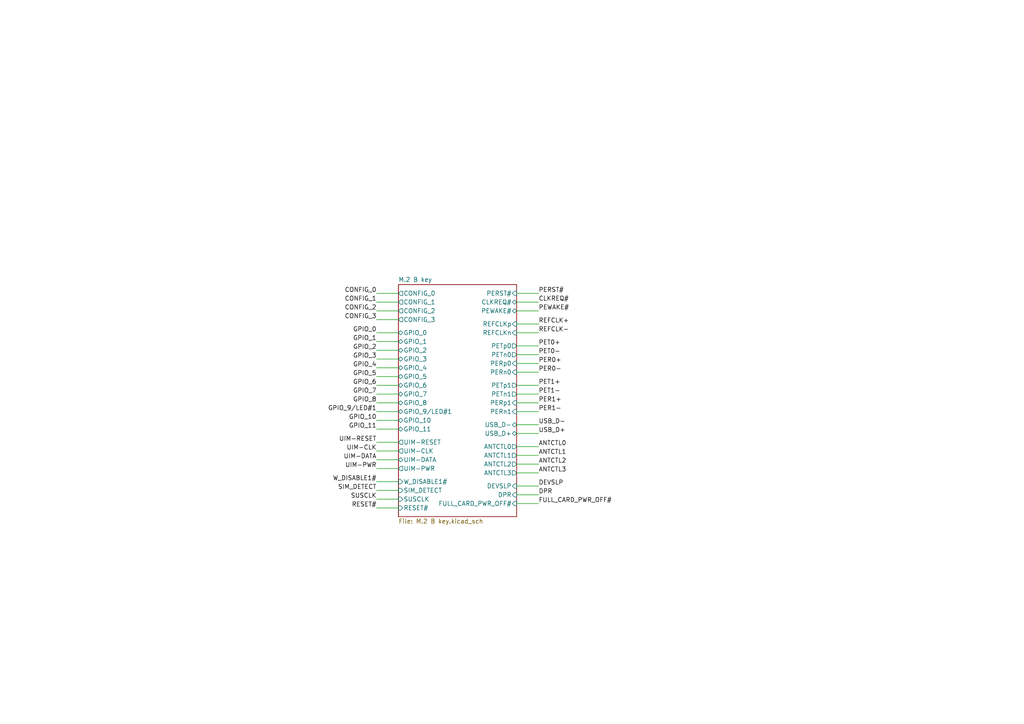
<source format=kicad_sch>
(kicad_sch
	(version 20250114)
	(generator "eeschema")
	(generator_version "9.0")
	(uuid "f3fa63fa-fb2c-4305-95f0-f07fa800a3ec")
	(paper "A4")
	(lib_symbols)
	(wire
		(pts
			(xy 109.22 87.63) (xy 115.57 87.63)
		)
		(stroke
			(width 0)
			(type default)
		)
		(uuid "00b06a14-f3dc-4bd2-bd09-a8281c8d815c")
	)
	(wire
		(pts
			(xy 149.86 102.87) (xy 156.21 102.87)
		)
		(stroke
			(width 0)
			(type default)
		)
		(uuid "086b475e-e429-48f3-919b-bb6f48c369f9")
	)
	(wire
		(pts
			(xy 149.86 125.73) (xy 156.21 125.73)
		)
		(stroke
			(width 0)
			(type default)
		)
		(uuid "0a263927-67f1-45bf-aed7-af7bfb0a1f68")
	)
	(wire
		(pts
			(xy 109.22 99.06) (xy 115.57 99.06)
		)
		(stroke
			(width 0)
			(type default)
		)
		(uuid "0c891973-d7ab-448a-9ccb-8d18d6080ded")
	)
	(wire
		(pts
			(xy 149.86 137.16) (xy 156.21 137.16)
		)
		(stroke
			(width 0)
			(type default)
		)
		(uuid "0d07149f-bb7b-46ea-bdd2-437740a792ec")
	)
	(wire
		(pts
			(xy 149.86 140.97) (xy 156.21 140.97)
		)
		(stroke
			(width 0)
			(type default)
		)
		(uuid "144f7214-4a4f-48e4-bda8-01391e51c0c3")
	)
	(wire
		(pts
			(xy 109.22 101.6) (xy 115.57 101.6)
		)
		(stroke
			(width 0)
			(type default)
		)
		(uuid "150f43b4-6a70-4e6f-9999-94eef4d922a6")
	)
	(wire
		(pts
			(xy 149.86 134.62) (xy 156.21 134.62)
		)
		(stroke
			(width 0)
			(type default)
		)
		(uuid "1b54c3c8-2e01-41a5-bffb-7ec9047d868a")
	)
	(wire
		(pts
			(xy 109.22 139.7) (xy 115.57 139.7)
		)
		(stroke
			(width 0)
			(type default)
		)
		(uuid "1f3f29ee-d025-4163-90ea-ed982ae07bec")
	)
	(wire
		(pts
			(xy 149.86 143.51) (xy 156.21 143.51)
		)
		(stroke
			(width 0)
			(type default)
		)
		(uuid "1f5a1d72-af6b-43cd-b705-4786a0c44107")
	)
	(wire
		(pts
			(xy 149.86 119.38) (xy 156.21 119.38)
		)
		(stroke
			(width 0)
			(type default)
		)
		(uuid "26a1352a-205f-450e-a070-2747707ee751")
	)
	(wire
		(pts
			(xy 109.22 119.38) (xy 115.57 119.38)
		)
		(stroke
			(width 0)
			(type default)
		)
		(uuid "34404440-ffbc-4291-9fcf-c7c5be48599e")
	)
	(wire
		(pts
			(xy 109.22 130.81) (xy 115.57 130.81)
		)
		(stroke
			(width 0)
			(type default)
		)
		(uuid "34b47ca1-d462-44b5-bbb9-a36b9ba277ff")
	)
	(wire
		(pts
			(xy 109.22 85.09) (xy 115.57 85.09)
		)
		(stroke
			(width 0)
			(type default)
		)
		(uuid "3a51c6c7-d958-4520-916f-912ecbfc05d6")
	)
	(wire
		(pts
			(xy 149.86 85.09) (xy 156.21 85.09)
		)
		(stroke
			(width 0)
			(type default)
		)
		(uuid "3d9925a3-44c1-424a-99a9-1f33ce0c01af")
	)
	(wire
		(pts
			(xy 109.22 106.68) (xy 115.57 106.68)
		)
		(stroke
			(width 0)
			(type default)
		)
		(uuid "49314a72-acc1-4320-b9b4-882685d0c43c")
	)
	(wire
		(pts
			(xy 109.22 92.71) (xy 115.57 92.71)
		)
		(stroke
			(width 0)
			(type default)
		)
		(uuid "4cd80f33-8db1-47f1-b664-b02425c1d4da")
	)
	(wire
		(pts
			(xy 149.86 114.3) (xy 156.21 114.3)
		)
		(stroke
			(width 0)
			(type default)
		)
		(uuid "53a5e04d-e2a4-4ae6-88a6-64b3a0a83a83")
	)
	(wire
		(pts
			(xy 149.86 129.54) (xy 156.21 129.54)
		)
		(stroke
			(width 0)
			(type default)
		)
		(uuid "5412cfb5-671f-4bbd-b72f-42e10c688efa")
	)
	(wire
		(pts
			(xy 149.86 93.98) (xy 156.21 93.98)
		)
		(stroke
			(width 0)
			(type default)
		)
		(uuid "5454ee2b-a673-4198-931b-457f4806bb25")
	)
	(wire
		(pts
			(xy 149.86 123.19) (xy 156.21 123.19)
		)
		(stroke
			(width 0)
			(type default)
		)
		(uuid "5afe8718-a631-43f6-8309-6ceca91cb564")
	)
	(wire
		(pts
			(xy 109.22 104.14) (xy 115.57 104.14)
		)
		(stroke
			(width 0)
			(type default)
		)
		(uuid "5de8ba22-6c9b-4e9f-9849-1ee70e7269a0")
	)
	(wire
		(pts
			(xy 109.22 90.17) (xy 115.57 90.17)
		)
		(stroke
			(width 0)
			(type default)
		)
		(uuid "5e5205a3-f268-4b7f-844e-87bfd7386f20")
	)
	(wire
		(pts
			(xy 109.22 135.89) (xy 115.57 135.89)
		)
		(stroke
			(width 0)
			(type default)
		)
		(uuid "64407eba-9b49-4f2b-9fcd-bb715fe4a8b4")
	)
	(wire
		(pts
			(xy 109.22 116.84) (xy 115.57 116.84)
		)
		(stroke
			(width 0)
			(type default)
		)
		(uuid "6505c02e-a1d0-4081-9747-815c0a0248d2")
	)
	(wire
		(pts
			(xy 149.86 96.52) (xy 156.21 96.52)
		)
		(stroke
			(width 0)
			(type default)
		)
		(uuid "67d4f04f-6c3c-458a-b87f-920023d64390")
	)
	(wire
		(pts
			(xy 149.86 146.05) (xy 156.21 146.05)
		)
		(stroke
			(width 0)
			(type default)
		)
		(uuid "68e10268-14b2-46dc-bc48-a91d8e338379")
	)
	(wire
		(pts
			(xy 109.22 147.32) (xy 115.57 147.32)
		)
		(stroke
			(width 0)
			(type default)
		)
		(uuid "6eb5f126-4da7-4070-a03d-d745839ba6ff")
	)
	(wire
		(pts
			(xy 109.22 111.76) (xy 115.57 111.76)
		)
		(stroke
			(width 0)
			(type default)
		)
		(uuid "6ed5bcba-d5f8-418a-860a-dc7b1714847e")
	)
	(wire
		(pts
			(xy 109.22 121.92) (xy 115.57 121.92)
		)
		(stroke
			(width 0)
			(type default)
		)
		(uuid "6faf5576-a090-47da-ab2b-863f84e4470f")
	)
	(wire
		(pts
			(xy 109.22 144.78) (xy 115.57 144.78)
		)
		(stroke
			(width 0)
			(type default)
		)
		(uuid "76803063-94c5-4afd-a017-a0cee699b3bf")
	)
	(wire
		(pts
			(xy 149.86 107.95) (xy 156.21 107.95)
		)
		(stroke
			(width 0)
			(type default)
		)
		(uuid "7a0ae116-38bf-42a2-809f-b5c42935660d")
	)
	(wire
		(pts
			(xy 149.86 87.63) (xy 156.21 87.63)
		)
		(stroke
			(width 0)
			(type default)
		)
		(uuid "7a7af162-d60b-48f0-80e9-162ae46897de")
	)
	(wire
		(pts
			(xy 109.22 133.35) (xy 115.57 133.35)
		)
		(stroke
			(width 0)
			(type default)
		)
		(uuid "836dab2d-e67f-4f50-a79f-1baa3c8bc4de")
	)
	(wire
		(pts
			(xy 149.86 132.08) (xy 156.21 132.08)
		)
		(stroke
			(width 0)
			(type default)
		)
		(uuid "8dd7da96-626a-4b12-9b41-38d848edcd10")
	)
	(wire
		(pts
			(xy 149.86 90.17) (xy 156.21 90.17)
		)
		(stroke
			(width 0)
			(type default)
		)
		(uuid "a48b5281-5a01-4493-81d9-31d004335efb")
	)
	(wire
		(pts
			(xy 149.86 105.41) (xy 156.21 105.41)
		)
		(stroke
			(width 0)
			(type default)
		)
		(uuid "a53b097c-d418-49a0-bac1-798ca59d1905")
	)
	(wire
		(pts
			(xy 109.22 114.3) (xy 115.57 114.3)
		)
		(stroke
			(width 0)
			(type default)
		)
		(uuid "b1bde35f-f622-417a-959d-fe2032aac3aa")
	)
	(wire
		(pts
			(xy 109.22 124.46) (xy 115.57 124.46)
		)
		(stroke
			(width 0)
			(type default)
		)
		(uuid "cf2860c7-fd5c-4c0b-a994-7811c7a10485")
	)
	(wire
		(pts
			(xy 149.86 111.76) (xy 156.21 111.76)
		)
		(stroke
			(width 0)
			(type default)
		)
		(uuid "d204dfbd-4e8c-4324-a314-f9985c082076")
	)
	(wire
		(pts
			(xy 149.86 116.84) (xy 156.21 116.84)
		)
		(stroke
			(width 0)
			(type default)
		)
		(uuid "d9fa74a5-829d-4b4c-9fd1-8fe8c8a0a0e9")
	)
	(wire
		(pts
			(xy 109.22 109.22) (xy 115.57 109.22)
		)
		(stroke
			(width 0)
			(type default)
		)
		(uuid "ddf6f228-f464-4b33-9706-dc8132aefd01")
	)
	(wire
		(pts
			(xy 149.86 100.33) (xy 156.21 100.33)
		)
		(stroke
			(width 0)
			(type default)
		)
		(uuid "df4450c4-8f2d-4dc1-832e-e004bb4564ce")
	)
	(wire
		(pts
			(xy 109.22 96.52) (xy 115.57 96.52)
		)
		(stroke
			(width 0)
			(type default)
		)
		(uuid "e0b010c6-046c-40c0-a66b-ce3aee34c944")
	)
	(wire
		(pts
			(xy 109.22 128.27) (xy 115.57 128.27)
		)
		(stroke
			(width 0)
			(type default)
		)
		(uuid "e9f7dbce-5a92-4fa4-8b92-acf100262804")
	)
	(wire
		(pts
			(xy 109.22 142.24) (xy 115.57 142.24)
		)
		(stroke
			(width 0)
			(type default)
		)
		(uuid "ee0a3f67-0536-433e-bbdb-67f3fc77f54c")
	)
	(label "USB_D-"
		(at 156.21 123.19 0)
		(effects
			(font
				(size 1.27 1.27)
			)
			(justify left bottom)
		)
		(uuid "0adf3737-862b-4538-95fb-785405d1c05e")
	)
	(label "CONFIG_3"
		(at 109.22 92.71 180)
		(effects
			(font
				(size 1.27 1.27)
			)
			(justify right bottom)
		)
		(uuid "0d887788-43c5-4484-b538-a983d05d5d9c")
	)
	(label "SIM_DETECT"
		(at 109.22 142.24 180)
		(effects
			(font
				(size 1.27 1.27)
			)
			(justify right bottom)
		)
		(uuid "242c45c8-7a1e-4ed4-863e-356c63bd7ae5")
	)
	(label "GPIO_8"
		(at 109.22 116.84 180)
		(effects
			(font
				(size 1.27 1.27)
			)
			(justify right bottom)
		)
		(uuid "2947a2c2-5920-4854-b6c6-93fd45c13597")
	)
	(label "PERST#"
		(at 156.21 85.09 0)
		(effects
			(font
				(size 1.27 1.27)
			)
			(justify left bottom)
		)
		(uuid "3816c53f-70ea-4be3-b055-c1330531f0e3")
	)
	(label "PER1-"
		(at 156.21 119.38 0)
		(effects
			(font
				(size 1.27 1.27)
			)
			(justify left bottom)
		)
		(uuid "3d8ec0ac-5845-4646-a4c3-e80c32f702fb")
	)
	(label "CLKREQ#"
		(at 156.21 87.63 0)
		(effects
			(font
				(size 1.27 1.27)
			)
			(justify left bottom)
		)
		(uuid "410f2391-d113-4391-ba2d-801b9f10726f")
	)
	(label "GPIO_4"
		(at 109.22 106.68 180)
		(effects
			(font
				(size 1.27 1.27)
			)
			(justify right bottom)
		)
		(uuid "4c5253f3-a592-4f5f-b462-5f72b98b9a57")
	)
	(label "PEWAKE#"
		(at 156.21 90.17 0)
		(effects
			(font
				(size 1.27 1.27)
			)
			(justify left bottom)
		)
		(uuid "584db33a-f6e8-4036-addb-13f8df356a1e")
	)
	(label "PER1+"
		(at 156.21 116.84 0)
		(effects
			(font
				(size 1.27 1.27)
			)
			(justify left bottom)
		)
		(uuid "595fd914-70f3-4f77-a498-20fed4a03951")
	)
	(label "GPIO_11"
		(at 109.22 124.46 180)
		(effects
			(font
				(size 1.27 1.27)
			)
			(justify right bottom)
		)
		(uuid "5c5e7222-f5a4-4972-af29-61f2ae66834b")
	)
	(label "ANTCTL1"
		(at 156.21 132.08 0)
		(effects
			(font
				(size 1.27 1.27)
			)
			(justify left bottom)
		)
		(uuid "5fc0e61b-d8ab-49d8-9cbf-9ccbebedc0b9")
	)
	(label "ANTCTL3"
		(at 156.21 137.16 0)
		(effects
			(font
				(size 1.27 1.27)
			)
			(justify left bottom)
		)
		(uuid "77716b66-98d9-46e1-af4e-f29b6e3f1e59")
	)
	(label "GPIO_9{slash}LED#1"
		(at 109.22 119.38 180)
		(effects
			(font
				(size 1.27 1.27)
			)
			(justify right bottom)
		)
		(uuid "78a572f0-a497-47c9-a1da-220f2b0ac794")
	)
	(label "GPIO_1"
		(at 109.22 99.06 180)
		(effects
			(font
				(size 1.27 1.27)
			)
			(justify right bottom)
		)
		(uuid "7b50942a-fcdd-4f73-b2c6-9f8ad8cea42b")
	)
	(label "GPIO_5"
		(at 109.22 109.22 180)
		(effects
			(font
				(size 1.27 1.27)
			)
			(justify right bottom)
		)
		(uuid "82d5ef0a-55f4-4252-871c-40cef51e99f5")
	)
	(label "DPR"
		(at 156.21 143.51 0)
		(effects
			(font
				(size 1.27 1.27)
			)
			(justify left bottom)
		)
		(uuid "83ee0b59-3a97-43f0-9f51-85a63e36c2fd")
	)
	(label "UIM-DATA"
		(at 109.22 133.35 180)
		(effects
			(font
				(size 1.27 1.27)
			)
			(justify right bottom)
		)
		(uuid "88417f0f-10ab-4d62-b8fc-dce502ca48e8")
	)
	(label "REFCLK+"
		(at 156.21 93.98 0)
		(effects
			(font
				(size 1.27 1.27)
			)
			(justify left bottom)
		)
		(uuid "8acf3bd6-3023-48ed-b8af-03df235d3aa1")
	)
	(label "PET0-"
		(at 156.21 102.87 0)
		(effects
			(font
				(size 1.27 1.27)
			)
			(justify left bottom)
		)
		(uuid "8b823ae3-5eed-4d89-82c5-93b04af0220b")
	)
	(label "GPIO_0"
		(at 109.22 96.52 180)
		(effects
			(font
				(size 1.27 1.27)
			)
			(justify right bottom)
		)
		(uuid "90d7122b-a386-4650-9c9c-de14771c759b")
	)
	(label "GPIO_10"
		(at 109.22 121.92 180)
		(effects
			(font
				(size 1.27 1.27)
			)
			(justify right bottom)
		)
		(uuid "926ee2d8-8a52-44db-a4ca-8362fa118aad")
	)
	(label "ANTCTL0"
		(at 156.21 129.54 0)
		(effects
			(font
				(size 1.27 1.27)
			)
			(justify left bottom)
		)
		(uuid "95330bfa-c8f1-4278-bf24-0939ecd92b7f")
	)
	(label "PET1+"
		(at 156.21 111.76 0)
		(effects
			(font
				(size 1.27 1.27)
			)
			(justify left bottom)
		)
		(uuid "9592af84-772f-440d-8882-f52811ef2dd5")
	)
	(label "W_DISABLE1#"
		(at 109.22 139.7 180)
		(effects
			(font
				(size 1.27 1.27)
			)
			(justify right bottom)
		)
		(uuid "9935aa8c-5dea-466b-884d-78acf598b0f8")
	)
	(label "GPIO_7"
		(at 109.22 114.3 180)
		(effects
			(font
				(size 1.27 1.27)
			)
			(justify right bottom)
		)
		(uuid "a7147db4-119a-4070-8ebf-4dc4754e32de")
	)
	(label "UIM-CLK"
		(at 109.22 130.81 180)
		(effects
			(font
				(size 1.27 1.27)
			)
			(justify right bottom)
		)
		(uuid "aa989d37-5e8a-4333-97e6-d48efad0ebc5")
	)
	(label "UIM-RESET"
		(at 109.22 128.27 180)
		(effects
			(font
				(size 1.27 1.27)
			)
			(justify right bottom)
		)
		(uuid "b605f696-a866-417b-8edf-fd49fede54dd")
	)
	(label "USB_D+"
		(at 156.21 125.73 0)
		(effects
			(font
				(size 1.27 1.27)
			)
			(justify left bottom)
		)
		(uuid "b87e3ae0-ebf9-4b6a-bcf5-d75813944382")
	)
	(label "FULL_CARD_PWR_OFF#"
		(at 156.21 146.05 0)
		(effects
			(font
				(size 1.27 1.27)
			)
			(justify left bottom)
		)
		(uuid "bd7630ec-e48c-4910-9550-c99da066e052")
	)
	(label "PER0-"
		(at 156.21 107.95 0)
		(effects
			(font
				(size 1.27 1.27)
			)
			(justify left bottom)
		)
		(uuid "c0648029-0631-4cbf-a95a-cfbbd03ce7ba")
	)
	(label "ANTCTL2"
		(at 156.21 134.62 0)
		(effects
			(font
				(size 1.27 1.27)
			)
			(justify left bottom)
		)
		(uuid "c6c16d38-030e-4504-8141-4074ca34604f")
	)
	(label "RESET#"
		(at 109.22 147.32 180)
		(effects
			(font
				(size 1.27 1.27)
			)
			(justify right bottom)
		)
		(uuid "c98a20a4-92ae-449a-8532-d94b4088cbd2")
	)
	(label "CONFIG_1"
		(at 109.22 87.63 180)
		(effects
			(font
				(size 1.27 1.27)
			)
			(justify right bottom)
		)
		(uuid "cc62c07b-c189-40ef-af11-0ee12c237354")
	)
	(label "CONFIG_2"
		(at 109.22 90.17 180)
		(effects
			(font
				(size 1.27 1.27)
			)
			(justify right bottom)
		)
		(uuid "cfd9bc38-b76c-4000-9d51-00fce82e978c")
	)
	(label "DEVSLP"
		(at 156.21 140.97 0)
		(effects
			(font
				(size 1.27 1.27)
			)
			(justify left bottom)
		)
		(uuid "db0cb8e8-3459-4ff2-812c-fb0305049b2f")
	)
	(label "GPIO_3"
		(at 109.22 104.14 180)
		(effects
			(font
				(size 1.27 1.27)
			)
			(justify right bottom)
		)
		(uuid "dbb92bbf-248b-4d5d-a8f6-a8ffab8a4836")
	)
	(label "SUSCLK"
		(at 109.22 144.78 180)
		(effects
			(font
				(size 1.27 1.27)
			)
			(justify right bottom)
		)
		(uuid "dd643c8b-914b-44bf-8292-5f8fa269e16b")
	)
	(label "CONFIG_0"
		(at 109.22 85.09 180)
		(effects
			(font
				(size 1.27 1.27)
			)
			(justify right bottom)
		)
		(uuid "e0f25b77-6fec-4dd0-847a-cfb8c074b1fa")
	)
	(label "PET0+"
		(at 156.21 100.33 0)
		(effects
			(font
				(size 1.27 1.27)
			)
			(justify left bottom)
		)
		(uuid "e3103f04-5b9e-49b0-a6fb-c22f74320c4c")
	)
	(label "UIM-PWR"
		(at 109.22 135.89 180)
		(effects
			(font
				(size 1.27 1.27)
			)
			(justify right bottom)
		)
		(uuid "e69b2735-7717-402c-97b9-db3b81dfd26c")
	)
	(label "PER0+"
		(at 156.21 105.41 0)
		(effects
			(font
				(size 1.27 1.27)
			)
			(justify left bottom)
		)
		(uuid "e7824272-d3cc-4808-8b6a-7234cf4a1a88")
	)
	(label "PET1-"
		(at 156.21 114.3 0)
		(effects
			(font
				(size 1.27 1.27)
			)
			(justify left bottom)
		)
		(uuid "e851428a-06d8-4c62-b109-7429f9bba605")
	)
	(label "REFCLK-"
		(at 156.21 96.52 0)
		(effects
			(font
				(size 1.27 1.27)
			)
			(justify left bottom)
		)
		(uuid "ef7800f0-86cc-426d-b365-8719ae0dffd3")
	)
	(label "GPIO_6"
		(at 109.22 111.76 180)
		(effects
			(font
				(size 1.27 1.27)
			)
			(justify right bottom)
		)
		(uuid "f8cf98c4-0bdf-4925-84e7-4e5b79da4192")
	)
	(label "GPIO_2"
		(at 109.22 101.6 180)
		(effects
			(font
				(size 1.27 1.27)
			)
			(justify right bottom)
		)
		(uuid "fec5e654-12a3-4fe5-8dd9-e753a23800ca")
	)
	(sheet
		(at 115.57 82.55)
		(size 34.29 67.31)
		(exclude_from_sim no)
		(in_bom yes)
		(on_board yes)
		(dnp no)
		(fields_autoplaced yes)
		(stroke
			(width 0.1524)
			(type solid)
		)
		(fill
			(color 0 0 0 0.0000)
		)
		(uuid "2cfdebf3-ff5f-4f96-8b2f-db95c3f348c3")
		(property "Sheetname" "M.2 B key"
			(at 115.57 81.8384 0)
			(effects
				(font
					(size 1.27 1.27)
				)
				(justify left bottom)
			)
		)
		(property "Sheetfile" "M.2 B key.kicad_sch"
			(at 115.57 150.4446 0)
			(effects
				(font
					(size 1.27 1.27)
				)
				(justify left top)
			)
		)
		(pin "CONFIG_1" output
			(at 115.57 87.63 180)
			(uuid "80e02f34-077f-40d0-ab45-1d9fb32d262b")
			(effects
				(font
					(size 1.27 1.27)
				)
				(justify left)
			)
		)
		(pin "CONFIG_3" output
			(at 115.57 92.71 180)
			(uuid "8518ebcc-548a-45b3-971e-0f2446ab4ff2")
			(effects
				(font
					(size 1.27 1.27)
				)
				(justify left)
			)
		)
		(pin "CONFIG_0" output
			(at 115.57 85.09 180)
			(uuid "bcacd56b-e293-4d24-820c-7a28c0f79d47")
			(effects
				(font
					(size 1.27 1.27)
				)
				(justify left)
			)
		)
		(pin "CONFIG_2" output
			(at 115.57 90.17 180)
			(uuid "d94abca6-2cb2-4118-ab24-414b9fe4ea40")
			(effects
				(font
					(size 1.27 1.27)
				)
				(justify left)
			)
		)
		(pin "GPIO_5" bidirectional
			(at 115.57 109.22 180)
			(uuid "3684ec1e-4ede-40e3-a136-78ebcc1bc63a")
			(effects
				(font
					(size 1.27 1.27)
				)
				(justify left)
			)
		)
		(pin "GPIO_9/LED#1" bidirectional
			(at 115.57 119.38 180)
			(uuid "08b094bc-6613-41da-bcac-412b31c4efd5")
			(effects
				(font
					(size 1.27 1.27)
				)
				(justify left)
			)
		)
		(pin "GPIO_6" bidirectional
			(at 115.57 111.76 180)
			(uuid "027ec1a1-e197-4d1a-b719-91bf6b7db6d0")
			(effects
				(font
					(size 1.27 1.27)
				)
				(justify left)
			)
		)
		(pin "GPIO_4" bidirectional
			(at 115.57 106.68 180)
			(uuid "b4d1e8b6-261d-4d8f-9dd2-84dc74360a1e")
			(effects
				(font
					(size 1.27 1.27)
				)
				(justify left)
			)
		)
		(pin "GPIO_3" bidirectional
			(at 115.57 104.14 180)
			(uuid "c72e0f55-6a94-4459-954d-837f8e6cfe0f")
			(effects
				(font
					(size 1.27 1.27)
				)
				(justify left)
			)
		)
		(pin "GPIO_2" bidirectional
			(at 115.57 101.6 180)
			(uuid "934258bc-b820-4e2e-b944-d2241574de02")
			(effects
				(font
					(size 1.27 1.27)
				)
				(justify left)
			)
		)
		(pin "GPIO_11" bidirectional
			(at 115.57 124.46 180)
			(uuid "92bd6961-7169-42bd-af4d-9c92d1c6dba9")
			(effects
				(font
					(size 1.27 1.27)
				)
				(justify left)
			)
		)
		(pin "GPIO_10" bidirectional
			(at 115.57 121.92 180)
			(uuid "c6bafe2d-4975-462c-8ff6-58011c3b3298")
			(effects
				(font
					(size 1.27 1.27)
				)
				(justify left)
			)
		)
		(pin "GPIO_7" bidirectional
			(at 115.57 114.3 180)
			(uuid "35d2c387-0414-4d69-8e83-ca346a2e01a9")
			(effects
				(font
					(size 1.27 1.27)
				)
				(justify left)
			)
		)
		(pin "GPIO_8" bidirectional
			(at 115.57 116.84 180)
			(uuid "7fde04b7-8f83-44ff-a1e2-02a6cd1c593c")
			(effects
				(font
					(size 1.27 1.27)
				)
				(justify left)
			)
		)
		(pin "GPIO_1" bidirectional
			(at 115.57 99.06 180)
			(uuid "2b56e60c-d75f-4cc7-8ea2-94945ec2633b")
			(effects
				(font
					(size 1.27 1.27)
				)
				(justify left)
			)
		)
		(pin "GPIO_0" bidirectional
			(at 115.57 96.52 180)
			(uuid "2c470360-f849-487a-8021-c1b12eaae756")
			(effects
				(font
					(size 1.27 1.27)
				)
				(justify left)
			)
		)
		(pin "UIM-RESET" output
			(at 115.57 128.27 180)
			(uuid "19ab33c9-ed09-4c92-bf43-a7ead9ff4ba2")
			(effects
				(font
					(size 1.27 1.27)
				)
				(justify left)
			)
		)
		(pin "UIM-CLK" output
			(at 115.57 130.81 180)
			(uuid "8a822d2d-947b-451b-baa4-bc483d066b2d")
			(effects
				(font
					(size 1.27 1.27)
				)
				(justify left)
			)
		)
		(pin "UIM-DATA" bidirectional
			(at 115.57 133.35 180)
			(uuid "c9ec665f-01a7-4875-b04d-112ab2a7cc91")
			(effects
				(font
					(size 1.27 1.27)
				)
				(justify left)
			)
		)
		(pin "UIM-PWR" output
			(at 115.57 135.89 180)
			(uuid "48478943-e8cb-4f56-8ba2-b13973bb7a49")
			(effects
				(font
					(size 1.27 1.27)
				)
				(justify left)
			)
		)
		(pin "PERST#" input
			(at 149.86 85.09 0)
			(uuid "be8a0194-9308-4d04-a0d6-ea5783f6ac70")
			(effects
				(font
					(size 1.27 1.27)
				)
				(justify right)
			)
		)
		(pin "PEWAKE#" bidirectional
			(at 149.86 90.17 0)
			(uuid "7acf2997-8226-4fda-8d77-1ef6e8e2cd23")
			(effects
				(font
					(size 1.27 1.27)
				)
				(justify right)
			)
		)
		(pin "CLKREQ#" bidirectional
			(at 149.86 87.63 0)
			(uuid "5d4fd78e-c53d-4e59-9bc8-0879ee13acc5")
			(effects
				(font
					(size 1.27 1.27)
				)
				(justify right)
			)
		)
		(pin "REFCLKp" input
			(at 149.86 93.98 0)
			(uuid "75fc9814-8591-4e0d-ba52-c78f5db5ecf4")
			(effects
				(font
					(size 1.27 1.27)
				)
				(justify right)
			)
		)
		(pin "REFCLKn" input
			(at 149.86 96.52 0)
			(uuid "c79c7c47-2331-4928-9b61-68903caf77d9")
			(effects
				(font
					(size 1.27 1.27)
				)
				(justify right)
			)
		)
		(pin "PETp0" output
			(at 149.86 100.33 0)
			(uuid "44e8d965-fc7f-458b-9e24-70d091f6fc91")
			(effects
				(font
					(size 1.27 1.27)
				)
				(justify right)
			)
		)
		(pin "PETn0" output
			(at 149.86 102.87 0)
			(uuid "da62e26c-9744-455d-8292-d5456b46918a")
			(effects
				(font
					(size 1.27 1.27)
				)
				(justify right)
			)
		)
		(pin "PERn0" input
			(at 149.86 107.95 0)
			(uuid "37b7e94d-a1a0-4198-b832-5d92f186c976")
			(effects
				(font
					(size 1.27 1.27)
				)
				(justify right)
			)
		)
		(pin "PERp0" input
			(at 149.86 105.41 0)
			(uuid "336e2bd9-c573-4304-8070-49b085cbfc21")
			(effects
				(font
					(size 1.27 1.27)
				)
				(justify right)
			)
		)
		(pin "PETp1" output
			(at 149.86 111.76 0)
			(uuid "5c59c525-43ee-4bc5-8c1b-f9c8bb4c5e41")
			(effects
				(font
					(size 1.27 1.27)
				)
				(justify right)
			)
		)
		(pin "PETn1" output
			(at 149.86 114.3 0)
			(uuid "e1cae1c8-84f8-4eb3-916b-3aad2dfd3ed9")
			(effects
				(font
					(size 1.27 1.27)
				)
				(justify right)
			)
		)
		(pin "PERn1" input
			(at 149.86 119.38 0)
			(uuid "cf82a852-5cab-4536-8bd7-65e35f15c548")
			(effects
				(font
					(size 1.27 1.27)
				)
				(justify right)
			)
		)
		(pin "PERp1" input
			(at 149.86 116.84 0)
			(uuid "5011bd92-f17c-4d6d-b795-f0257ee3203a")
			(effects
				(font
					(size 1.27 1.27)
				)
				(justify right)
			)
		)
		(pin "USB_D-" bidirectional
			(at 149.86 123.19 0)
			(uuid "1a1c6c10-c12c-4fea-a9b8-e0d441aa6552")
			(effects
				(font
					(size 1.27 1.27)
				)
				(justify right)
			)
		)
		(pin "USB_D+" bidirectional
			(at 149.86 125.73 0)
			(uuid "82729e52-c2d7-40ee-9a8d-14c594a7559d")
			(effects
				(font
					(size 1.27 1.27)
				)
				(justify right)
			)
		)
		(pin "ANTCTL0" output
			(at 149.86 129.54 0)
			(uuid "8b6aa732-d27d-4c2b-908c-8fd8e73e5183")
			(effects
				(font
					(size 1.27 1.27)
				)
				(justify right)
			)
		)
		(pin "ANTCTL3" output
			(at 149.86 137.16 0)
			(uuid "93802fdc-f9fc-4062-b97b-90e987c3a853")
			(effects
				(font
					(size 1.27 1.27)
				)
				(justify right)
			)
		)
		(pin "ANTCTL1" output
			(at 149.86 132.08 0)
			(uuid "61edee2d-a64a-4cef-8157-67184b63ea67")
			(effects
				(font
					(size 1.27 1.27)
				)
				(justify right)
			)
		)
		(pin "ANTCTL2" output
			(at 149.86 134.62 0)
			(uuid "59d94f04-bb72-4bfa-b4f8-0d2c8dca2319")
			(effects
				(font
					(size 1.27 1.27)
				)
				(justify right)
			)
		)
		(pin "W_DISABLE1#" input
			(at 115.57 139.7 180)
			(uuid "9cd6b4a9-557c-4b72-ac1c-f47e7fbddc44")
			(effects
				(font
					(size 1.27 1.27)
				)
				(justify left)
			)
		)
		(pin "SIM_DETECT" input
			(at 115.57 142.24 180)
			(uuid "edee9c6f-bc1a-4e97-8e3c-a70306e13311")
			(effects
				(font
					(size 1.27 1.27)
				)
				(justify left)
			)
		)
		(pin "RESET#" input
			(at 115.57 147.32 180)
			(uuid "72a2b50e-7ff0-4709-8e59-580bead635db")
			(effects
				(font
					(size 1.27 1.27)
				)
				(justify left)
			)
		)
		(pin "DEVSLP" input
			(at 149.86 140.97 0)
			(uuid "77bbdef1-d04b-4ec4-ba56-80d7e7a92432")
			(effects
				(font
					(size 1.27 1.27)
				)
				(justify right)
			)
		)
		(pin "FULL_CARD_PWR_OFF#" input
			(at 149.86 146.05 0)
			(uuid "7ee05924-9795-4d20-968d-b3556ee27e7a")
			(effects
				(font
					(size 1.27 1.27)
				)
				(justify right)
			)
		)
		(pin "DPR" input
			(at 149.86 143.51 0)
			(uuid "2c5e8062-c6e0-4db3-aa3e-695a0f30cf85")
			(effects
				(font
					(size 1.27 1.27)
				)
				(justify right)
			)
		)
		(pin "SUSCLK" input
			(at 115.57 144.78 180)
			(uuid "1338ebe5-3b86-401d-a1b4-194e0b188292")
			(effects
				(font
					(size 1.27 1.27)
				)
				(justify left)
			)
		)
		(instances
			(project "M.2 B Key 22110"
				(path "/f3fa63fa-fb2c-4305-95f0-f07fa800a3ec"
					(page "2")
				)
			)
		)
	)
	(sheet_instances
		(path "/"
			(page "1")
		)
	)
	(embedded_fonts no)
)

</source>
